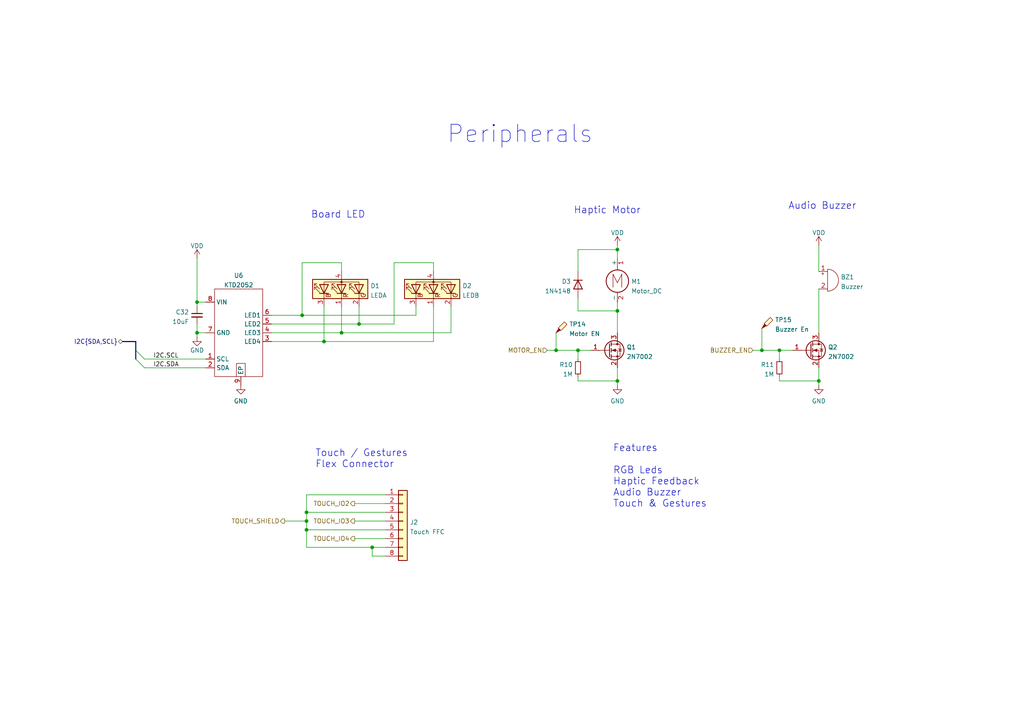
<source format=kicad_sch>
(kicad_sch (version 20211123) (generator eeschema)
  (paper "A4")
  (title_block (title "TekTag BioSensor") (date "2023-05-18") (rev "0.2 alpha") (company "© 2023 Teklabs Digital Pty Ltd") (comment 1 "Designed by Trevor Attema") (comment 2 "MIT License "))
  (lib_symbols
    (symbol "Connector:TestPoint_Probe" (pin_numbers hide) (pin_names (offset 0.762) hide)
      (property "Reference" "TP" (at 1.651 5.842 0))
      (property "Value" "TestPoint_Probe" (at 1.651 4.064 0))
      (symbol "TestPoint_Probe_0_1"
        (polyline (pts (xy 1.27 0.762) (xy 0 0) (xy 0.762 1.27) (xy 1.27 0.762)) (fill (type outline)))
        (polyline (pts (xy 1.397 0.635) (xy 0.635 1.397) (xy 2.413 3.175) (xy 3.175 2.413) (xy 1.397 0.635)) (fill (type background)))
      )
      (symbol "TestPoint_Probe_1_1"
        (pin passive line (at 0 0 90) (length 0) (name "1") (number "1"))
      )
    )
    (symbol "Connector_Generic:Conn_01x08" (pin_names (offset 1.016) hide)
      (property "Reference" "J" (at 0 10.16 0))
      (property "Value" "Conn_01x08" (at 0 -12.7 0))
      (symbol "Conn_01x08_1_1"
        (rectangle (start -1.27 -10.033) (end 0 -10.287) (stroke (width 0.1524)))
        (rectangle (start -1.27 -7.493) (end 0 -7.747) (stroke (width 0.1524)))
        (rectangle (start -1.27 -4.953) (end 0 -5.207) (stroke (width 0.1524)))
        (rectangle (start -1.27 -2.413) (end 0 -2.667) (stroke (width 0.1524)))
        (rectangle (start -1.27 0.127) (end 0 -0.127) (stroke (width 0.1524)))
        (rectangle (start -1.27 2.667) (end 0 2.413) (stroke (width 0.1524)))
        (rectangle (start -1.27 5.207) (end 0 4.953) (stroke (width 0.1524)))
        (rectangle (start -1.27 7.747) (end 0 7.493) (stroke (width 0.1524)))
        (rectangle (start -1.27 8.89) (end 1.27 -11.43) (stroke (width 0.254)) (fill (type background)))
        (pin passive line (at -5.08 7.62 0) (length 3.81) (name "Pin_1") (number "1"))
        (pin passive line (at -5.08 5.08 0) (length 3.81) (name "Pin_2") (number "2"))
        (pin passive line (at -5.08 2.54 0) (length 3.81) (name "Pin_3") (number "3"))
        (pin passive line (at -5.08 0 0) (length 3.81) (name "Pin_4") (number "4"))
        (pin passive line (at -5.08 -2.54 0) (length 3.81) (name "Pin_5") (number "5"))
        (pin passive line (at -5.08 -5.08 0) (length 3.81) (name "Pin_6") (number "6"))
        (pin passive line (at -5.08 -7.62 0) (length 3.81) (name "Pin_7") (number "7"))
        (pin passive line (at -5.08 -10.16 0) (length 3.81) (name "Pin_8") (number "8"))
      )
    )
    (symbol "Device:Buzzer" (pin_names (offset 0.0254) hide)
      (property "Reference" "BZ" (at 3.81 1.27 0))
      (property "Value" "Buzzer" (at 3.81 -1.27 0))
      (symbol "Buzzer_0_1"
        (arc (start 0 -3.175) (mid 3.175 0) (end 0 3.175))
        (polyline (pts (xy -1.651 1.905) (xy -1.143 1.905)))
        (polyline (pts (xy -1.397 2.159) (xy -1.397 1.651)))
        (polyline (pts (xy 0 3.175) (xy 0 -3.175)))
      )
      (symbol "Buzzer_1_1"
        (pin passive line (at -2.54 2.54 0) (length 2.54) (name "-") (number "1"))
        (pin passive line (at -2.54 -2.54 0) (length 2.54) (name "+") (number "2"))
      )
    )
    (symbol "Device:R_Small" (pin_numbers hide) (pin_names (offset 0.254) hide)
      (property "Reference" "R" (at 0.762 0.508 0))
      (property "Value" "R_Small" (at 0.762 -1.016 0))
      (symbol "R_Small_0_1"
        (rectangle (start -0.762 1.778) (end 0.762 -1.778) (stroke (width 0.2032)))
      )
      (symbol "R_Small_1_1"
        (pin passive line (at 0 2.54 270) (length 0.762) (name "~") (number "1"))
        (pin passive line (at 0 -2.54 90) (length 0.762) (name "~") (number "2"))
      )
    )
    (symbol "Diode:1N4148" (pin_numbers hide) (pin_names (offset 1.016) hide)
      (property "Reference" "D" (at 0 2.54 0))
      (property "Value" "1N4148" (at 0 -2.54 0))
      (symbol "1N4148_0_1"
        (polyline (pts (xy -1.27 1.27) (xy -1.27 -1.27)) (stroke (width 0.254)))
        (polyline (pts (xy 1.27 0) (xy -1.27 0)))
        (polyline (pts (xy 1.27 1.27) (xy 1.27 -1.27) (xy -1.27 0) (xy 1.27 1.27)) (stroke (width 0.254)))
      )
      (symbol "1N4148_1_1"
        (pin passive line (at -3.81 0 0) (length 2.54) (name "K") (number "1"))
        (pin passive line (at 3.81 0 180) (length 2.54) (name "A") (number "2"))
      )
    )
    (symbol "Motor:Motor_DC" (pin_names (offset 0))
      (property "Reference" "M" (at 2.54 2.54 0))
      (property "Value" "Motor_DC" (at 2.54 -5.08 0))
      (symbol "Motor_DC_0_0"
        (polyline (pts (xy -1.27 -3.302) (xy -1.27 0.508) (xy 0 -2.032) (xy 1.27 0.508) (xy 1.27 -3.302)))
      )
      (symbol "Motor_DC_0_1"
        (circle (center 0 -1.524) (radius 3.2512) (stroke (width 0.254)))
        (polyline (pts (xy 0 -7.62) (xy 0 -7.112)))
        (polyline (pts (xy 0 -4.7752) (xy 0 -5.1816)))
        (polyline (pts (xy 0 1.7272) (xy 0 2.0828)))
        (polyline (pts (xy 0 2.032) (xy 0 2.54)))
      )
      (symbol "Motor_DC_1_1"
        (pin passive line (at 0 5.08 270) (length 2.54) (name "+") (number "1"))
        (pin passive line (at 0 -7.62 90) (length 2.54) (name "-") (number "2"))
      )
    )
    (symbol "TekLabs:C_Small" (pin_numbers hide) (pin_names (offset 0.254) hide)
      (property "Reference" "C?" (at 2.3241 0.9022 0))
      (property "Value" "C_Small" (at 2.3241 -1.8729 0))
      (symbol "C_Small_0_1"
        (polyline (pts (xy -1.524 -0.508) (xy 1.524 -0.508)) (stroke (width 0.3302)))
        (polyline (pts (xy -1.524 0.508) (xy 1.524 0.508)) (stroke (width 0.3048)))
      )
      (symbol "C_Small_1_1"
        (pin passive line (at 0 2.54 270) (length 2.032) (name "~") (number "1"))
        (pin passive line (at 0 -2.54 90) (length 2.032) (name "~") (number "2"))
      )
    )
    (symbol "TekLabs:KTD2052"
      (property "Reference" "U?" (at 6.985 3.9157 0))
      (property "Value" "KTD2052" (at 6.985 1.1406 0))
      (symbol "KTD2052_0_1"
        (polyline (pts (xy 6.35 -25.4) (xy 6.35 -21.59) (xy 8.89 -21.59) (xy 8.89 -25.4)) (stroke (width 0.1524)))
        (rectangle (start 0 0) (end 13.97 -25.4) (stroke (width 0.1524)))
      )
      (symbol "KTD2052_1_1"
        (pin bidirectional line (at -2.54 -20.32 0) (length 2.54) (name "SCL") (number "1"))
        (pin bidirectional line (at -2.54 -22.86 0) (length 2.54) (name "SDA") (number "2"))
        (pin bidirectional line (at 16.51 -15.24 180) (length 2.54) (name "LED4") (number "3"))
        (pin bidirectional line (at 16.51 -12.7 180) (length 2.54) (name "LED3") (number "4"))
        (pin bidirectional line (at 16.51 -10.16 180) (length 2.54) (name "LED2") (number "5"))
        (pin bidirectional line (at 16.51 -7.62 180) (length 2.54) (name "LED1") (number "6"))
        (pin power_in line (at -2.54 -12.7 0) (length 2.54) (name "GND") (number "7"))
        (pin power_in line (at -2.54 -3.81 0) (length 2.54) (name "VIN") (number "8"))
        (pin bidirectional line (at 7.62 -27.94 90) (length 2.54) (name "EP") (number "9"))
      )
    )
    (symbol "TekLabs:LED_RGBA" (pin_names (offset 0) hide)
      (property "Reference" "D?" (at 8.382 0.9085 90))
      (property "Value" "LED_RGBA" (at 8.382 -1.8666 90))
      (symbol "LED_RGBA_0_0"
        (text "B" (at -1.905 3.81 0) (effects (font (size 1.27 1.27))))
        (text "G" (at -1.905 -6.35 0) (effects (font (size 1.27 1.27))))
        (text "R" (at -1.905 -1.27 0) (effects (font (size 1.27 1.27))))
      )
      (symbol "LED_RGBA_0_1"
        (polyline (pts (xy -1.27 -5.08) (xy -2.54 -5.08)))
        (polyline (pts (xy -1.27 -5.08) (xy 1.27 -5.08)))
        (polyline (pts (xy -1.27 -3.81) (xy -1.27 -6.35)) (stroke (width 0.254)))
        (polyline (pts (xy -1.27 0) (xy -2.54 0)))
        (polyline (pts (xy -1.27 1.27) (xy -1.27 -1.27)) (stroke (width 0.254)))
        (polyline (pts (xy -1.27 5.08) (xy -2.54 5.08)))
        (polyline (pts (xy -1.27 5.08) (xy 1.27 5.08)))
        (polyline (pts (xy -1.27 6.35) (xy -1.27 3.81)) (stroke (width 0.254)))
        (polyline (pts (xy 1.27 0) (xy -1.27 0)))
        (polyline (pts (xy 1.27 0) (xy 2.54 0)))
        (polyline (pts (xy -1.27 1.27) (xy -1.27 -1.27) (xy -1.27 -1.27)))
        (polyline (pts (xy -1.27 6.35) (xy -1.27 3.81) (xy -1.27 3.81)))
        (polyline (pts (xy 1.27 -5.08) (xy 2.032 -5.08) (xy 2.032 5.08) (xy 1.27 5.08)))
        (polyline (pts (xy 1.27 -3.81) (xy 1.27 -6.35) (xy -1.27 -5.08) (xy 1.27 -3.81)) (stroke (width 0.254)))
        (polyline (pts (xy 1.27 1.27) (xy 1.27 -1.27) (xy -1.27 0) (xy 1.27 1.27)) (stroke (width 0.254)))
        (polyline (pts (xy 1.27 6.35) (xy 1.27 3.81) (xy -1.27 5.08) (xy 1.27 6.35)) (stroke (width 0.254)))
        (polyline (pts (xy -1.016 -3.81) (xy 0.508 -2.286) (xy -0.254 -2.286) (xy 0.508 -2.286) (xy 0.508 -3.048)))
        (polyline (pts (xy -1.016 1.27) (xy 0.508 2.794) (xy -0.254 2.794) (xy 0.508 2.794) (xy 0.508 2.032)))
        (polyline (pts (xy -1.016 6.35) (xy 0.508 7.874) (xy -0.254 7.874) (xy 0.508 7.874) (xy 0.508 7.112)))
        (polyline (pts (xy 0 -3.81) (xy 1.524 -2.286) (xy 0.762 -2.286) (xy 1.524 -2.286) (xy 1.524 -3.048)))
        (polyline (pts (xy 0 1.27) (xy 1.524 2.794) (xy 0.762 2.794) (xy 1.524 2.794) (xy 1.524 2.032)))
        (polyline (pts (xy 0 6.35) (xy 1.524 7.874) (xy 0.762 7.874) (xy 1.524 7.874) (xy 1.524 7.112)))
        (rectangle (start 1.27 -1.27) (end 1.27 1.27))
        (rectangle (start 1.27 1.27) (end 1.27 1.27))
        (rectangle (start 1.27 3.81) (end 1.27 6.35))
        (rectangle (start 1.27 6.35) (end 1.27 6.35))
        (circle (center 2.032 0) (radius 0.254) (fill (type outline)))
        (rectangle (start 2.794 8.382) (end -2.794 -7.62) (stroke (width 0.254)) (fill (type background)))
      )
      (symbol "LED_RGBA_1_1"
        (pin passive line (at -5.08 0 0) (length 2.54) (name "RK") (number "1"))
        (pin passive line (at -5.08 -5.08 0) (length 2.54) (name "GK") (number "2"))
        (pin passive line (at -5.08 5.08 0) (length 2.54) (name "BK") (number "3"))
        (pin passive line (at 5.08 0 180) (length 2.54) (name "A") (number "4"))
      )
    )
    (symbol "Transistor_FET:2N7002" (pin_names hide)
      (property "Reference" "Q" (at 5.08 1.905 0))
      (property "Value" "2N7002" (at 5.08 0 0))
      (symbol "2N7002_0_1"
        (polyline (pts (xy 0.254 0) (xy -2.54 0)))
        (polyline (pts (xy 0.254 1.905) (xy 0.254 -1.905)) (stroke (width 0.254)))
        (polyline (pts (xy 0.762 -1.27) (xy 0.762 -2.286)) (stroke (width 0.254)))
        (polyline (pts (xy 0.762 0.508) (xy 0.762 -0.508)) (stroke (width 0.254)))
        (polyline (pts (xy 0.762 2.286) (xy 0.762 1.27)) (stroke (width 0.254)))
        (polyline (pts (xy 2.54 2.54) (xy 2.54 1.778)))
        (polyline (pts (xy 2.54 -2.54) (xy 2.54 0) (xy 0.762 0)))
        (polyline (pts (xy 0.762 -1.778) (xy 3.302 -1.778) (xy 3.302 1.778) (xy 0.762 1.778)))
        (polyline (pts (xy 1.016 0) (xy 2.032 0.381) (xy 2.032 -0.381) (xy 1.016 0)) (fill (type outline)))
        (polyline (pts (xy 2.794 0.508) (xy 2.921 0.381) (xy 3.683 0.381) (xy 3.81 0.254)))
        (polyline (pts (xy 3.302 0.381) (xy 2.921 -0.254) (xy 3.683 -0.254) (xy 3.302 0.381)))
        (circle (center 1.651 0) (radius 2.794) (stroke (width 0.254)))
        (circle (center 2.54 -1.778) (radius 0.254) (fill (type outline)))
        (circle (center 2.54 1.778) (radius 0.254) (fill (type outline)))
      )
      (symbol "2N7002_1_1"
        (pin input line (at -5.08 0 0) (length 2.54) (name "G") (number "1"))
        (pin passive line (at 2.54 -5.08 90) (length 2.54) (name "S") (number "2"))
        (pin passive line (at 2.54 5.08 270) (length 2.54) (name "D") (number "3"))
      )
    )
    (symbol "power:GND" (power) (pin_names (offset 0))
      (property "Value" "GND" (at 0 -3.81 0))
      (symbol "GND_0_1"
        (polyline (pts (xy 0 0) (xy 0 -1.27) (xy 1.27 -1.27) (xy 0 -2.54) (xy -1.27 -1.27) (xy 0 -1.27)))
      )
      (symbol "GND_1_1"
        (pin power_in line (at 0 0 270) (length 0) hide (name "GND") (number "1"))
      )
    )
    (symbol "power:VDD" (power) (pin_names (offset 0))
      (property "Value" "VDD" (at 0 3.81 0))
      (symbol "VDD_0_1"
        (polyline (pts (xy -0.762 1.27) (xy 0 2.54)))
        (polyline (pts (xy 0 0) (xy 0 2.54)))
        (polyline (pts (xy 0 2.54) (xy 0.762 1.27)))
      )
      (symbol "VDD_1_1"
        (pin power_in line (at 0 0 90) (length 0) hide (name "VDD") (number "1"))
      )
    )
  )
  (junction (at 88.9 153.67))
  (junction (at 179.07 72.39))
  (junction (at 107.95 158.75))
  (junction (at 99.06 96.52))
  (junction (at 167.64 101.6))
  (junction (at 93.98 99.06))
  (junction (at 161.29 101.6))
  (junction (at 220.98 101.6))
  (junction (at 179.07 90.17))
  (junction (at 237.49 110.49))
  (junction (at 87.63 91.44))
  (junction (at 57.15 96.52))
  (junction (at 179.07 110.49))
  (junction (at 57.15 87.63))
  (junction (at 88.9 151.13))
  (junction (at 88.9 148.59))
  (junction (at 104.14 93.98))
  (junction (at 226.06 101.6))
  (bus_entry (at 39.37 101.6) (size 2.54 2.54))
  (bus_entry (at 39.37 104.14) (size 2.54 2.54))
  (wire (pts (xy 226.06 110.49) (xy 237.49 110.49)))
  (wire (pts (xy 158.75 101.6) (xy 161.29 101.6)))
  (wire (pts (xy 102.87 156.21) (xy 111.76 156.21)))
  (wire (pts (xy 104.14 88.9) (xy 104.14 93.98)))
  (wire (pts (xy 78.74 93.98) (xy 104.14 93.98)))
  (wire (pts (xy 87.63 91.44) (xy 120.65 91.44)))
  (wire (pts (xy 99.06 76.2) (xy 99.06 78.74)))
  (wire (pts (xy 57.15 87.63) (xy 57.15 88.9)))
  (wire (pts (xy 179.07 106.68) (xy 179.07 110.49)))
  (wire (pts (xy 161.29 101.6) (xy 167.64 101.6)))
  (wire (pts (xy 57.15 87.63) (xy 57.15 74.93)))
  (wire (pts (xy 125.73 88.9) (xy 125.73 99.06)))
  (wire (pts (xy 88.9 148.59) (xy 88.9 151.13)))
  (wire (pts (xy 229.87 101.6) (xy 226.06 101.6)))
  (wire (pts (xy 220.98 95.25) (xy 220.98 101.6)))
  (wire (pts (xy 78.74 91.44) (xy 87.63 91.44)))
  (wire (pts (xy 167.64 72.39) (xy 179.07 72.39)))
  (wire (pts (xy 104.14 93.98) (xy 114.3 93.98)))
  (wire (pts (xy 88.9 151.13) (xy 82.55 151.13)))
  (wire (pts (xy 237.49 83.82) (xy 237.49 96.52)))
  (wire (pts (xy 102.87 151.13) (xy 111.76 151.13)))
  (wire (pts (xy 179.07 72.39) (xy 179.07 74.93)))
  (wire (pts (xy 220.98 101.6) (xy 226.06 101.6)))
  (bus (pts (xy 39.37 104.14) (xy 39.37 101.6)))
  (wire (pts (xy 59.69 96.52) (xy 57.15 96.52)))
  (wire (pts (xy 179.07 90.17) (xy 179.07 87.63)))
  (wire (pts (xy 111.76 143.51) (xy 88.9 143.51)))
  (wire (pts (xy 57.15 93.98) (xy 57.15 96.52)))
  (wire (pts (xy 237.49 110.49) (xy 237.49 111.76)))
  (wire (pts (xy 111.76 148.59) (xy 88.9 148.59)))
  (wire (pts (xy 179.07 110.49) (xy 179.07 111.76)))
  (wire (pts (xy 167.64 78.74) (xy 167.64 72.39)))
  (wire (pts (xy 218.44 101.6) (xy 220.98 101.6)))
  (wire (pts (xy 237.49 71.12) (xy 237.49 78.74)))
  (wire (pts (xy 41.91 106.68) (xy 59.69 106.68)))
  (wire (pts (xy 59.69 87.63) (xy 57.15 87.63)))
  (wire (pts (xy 125.73 76.2) (xy 125.73 78.74)))
  (wire (pts (xy 93.98 99.06) (xy 125.73 99.06)))
  (wire (pts (xy 78.74 99.06) (xy 93.98 99.06)))
  (wire (pts (xy 87.63 76.2) (xy 87.63 91.44)))
  (wire (pts (xy 78.74 96.52) (xy 99.06 96.52)))
  (wire (pts (xy 93.98 88.9) (xy 93.98 99.06)))
  (wire (pts (xy 107.95 161.29) (xy 107.95 158.75)))
  (bus (pts (xy 39.37 99.06) (xy 35.56 99.06)))
  (wire (pts (xy 107.95 158.75) (xy 88.9 158.75)))
  (wire (pts (xy 99.06 96.52) (xy 130.81 96.52)))
  (wire (pts (xy 237.49 106.68) (xy 237.49 110.49)))
  (wire (pts (xy 179.07 71.12) (xy 179.07 72.39)))
  (wire (pts (xy 102.87 146.05) (xy 111.76 146.05)))
  (wire (pts (xy 111.76 153.67) (xy 88.9 153.67)))
  (wire (pts (xy 226.06 101.6) (xy 226.06 104.14)))
  (wire (pts (xy 171.45 101.6) (xy 167.64 101.6)))
  (wire (pts (xy 167.64 90.17) (xy 179.07 90.17)))
  (wire (pts (xy 88.9 158.75) (xy 88.9 153.67)))
  (wire (pts (xy 111.76 161.29) (xy 107.95 161.29)))
  (wire (pts (xy 88.9 143.51) (xy 88.9 148.59)))
  (wire (pts (xy 167.64 86.36) (xy 167.64 90.17)))
  (wire (pts (xy 114.3 76.2) (xy 114.3 93.98)))
  (wire (pts (xy 88.9 153.67) (xy 88.9 151.13)))
  (wire (pts (xy 99.06 88.9) (xy 99.06 96.52)))
  (wire (pts (xy 87.63 76.2) (xy 99.06 76.2)))
  (wire (pts (xy 120.65 88.9) (xy 120.65 91.44)))
  (wire (pts (xy 179.07 96.52) (xy 179.07 90.17)))
  (wire (pts (xy 226.06 109.22) (xy 226.06 110.49)))
  (wire (pts (xy 41.91 104.14) (xy 59.69 104.14)))
  (wire (pts (xy 167.64 101.6) (xy 167.64 104.14)))
  (wire (pts (xy 57.15 97.79) (xy 57.15 96.52)))
  (wire (pts (xy 130.81 88.9) (xy 130.81 96.52)))
  (wire (pts (xy 161.29 96.52) (xy 161.29 101.6)))
  (wire (pts (xy 167.64 110.49) (xy 179.07 110.49)))
  (wire (pts (xy 167.64 109.22) (xy 167.64 110.49)))
  (wire (pts (xy 114.3 76.2) (xy 125.73 76.2)))
  (wire (pts (xy 111.76 158.75) (xy 107.95 158.75)))
  (bus (pts (xy 39.37 101.6) (xy 39.37 99.06)))
  (text "Peripherals" (at 129.54 41.91 0) (effects (font (size 5 5)) (justify left bottom)))
  (text "Haptic Motor" (at 166.37 62.23 0) (effects (font (size 2 2)) (justify left bottom)))
  (text "Audio Buzzer" (at 228.6 60.96 0) (effects (font (size 2 2)) (justify left bottom)))
  (text "Touch / Gestures\nFlex Connector" (at 91.44 135.89 0) (effects (font (size 2 2)) (justify left bottom)))
  (text "Board LED" (at 90.17 63.5 0) (effects (font (size 2 2)) (justify left bottom)))
  (text "Features\n\nRGB Leds\nHaptic Feedback\nAudio Buzzer\nTouch & Gestures" (at 177.8 147.32 0) (effects (font (size 2 2)) (justify left bottom)))
  (label "I2C.SDA" (at 44.45 106.68 0))
  (label "I2C.SCL" (at 44.45 104.14 0))
  (hierarchical_label "I2C{SDA,SCL}" (shape bidirectional) (at 35.56 99.06 180))
  (hierarchical_label "BUZZER_EN" (shape input) (at 218.44 101.6 180))
  (hierarchical_label "TOUCH_IO4" (shape output) (at 102.87 156.21 180))
  (hierarchical_label "TOUCH_IO3" (shape output) (at 102.87 151.13 180))
  (hierarchical_label "MOTOR_EN" (shape input) (at 158.75 101.6 180))
  (hierarchical_label "TOUCH_SHIELD" (shape output) (at 82.55 151.13 180))
  (hierarchical_label "TOUCH_IO2" (shape output) (at 102.87 146.05 180))
  (symbol (lib_id "Transistor_FET:2N7002") (at 234.95 101.6 0) (unit 1)
    (property "Reference" "Q2" (at 240.1569 100.6915 0) (effects (justify left)))
    (property "Value" "2N7002" (at 240.1569 103.4666 0) (effects (justify left)))
    (property "Footprint" "Package_TO_SOT_SMD:SOT-883" (effects hide))
    (property "Datasheet" "https://www.mccsemi.com/pdf/Products/2N7002KL3A(DFN1006-3).pdf" (effects hide))
    (property "Digikey" "2N7002KL3A-TP" (effects hide))
  )
  (symbol (lib_id "power:VDD") (at 57.15 74.93 0) (unit 1)
    (property "Reference" "#PWR035" (effects hide))
    (property "Value" "VDD" (at 57.15 71.3255 0))
  )
  (symbol (lib_id "Diode:1N4148") (at 167.64 82.55 270) (unit 1)
    (property "Reference" "D3" (at 165.6081 81.6415 90) (effects (justify right)))
    (property "Value" "1N4148" (at 165.6081 84.4166 90) (effects (justify right)))
    (property "Footprint" "Diode_SMD:D_0402_1005Metric" (effects hide))
    (property "Datasheet" "https://assets.nexperia.com/documents/data-sheet/1N4148_1N4448.pdf" (effects hide))
    (property "Digikey" "1N4148WL2-TP" (effects hide))
  )
  (symbol (lib_id "Transistor_FET:2N7002") (at 176.53 101.6 0) (unit 1)
    (property "Reference" "Q1" (at 181.7369 100.6915 0) (effects (justify left)))
    (property "Value" "2N7002" (at 181.7369 103.4666 0) (effects (justify left)))
    (property "Footprint" "Package_TO_SOT_SMD:SOT-883" (effects hide))
    (property "Datasheet" "https://www.mccsemi.com/pdf/Products/2N7002KL3A(DFN1006-3).pdf" (effects hide))
    (property "Digikey" "2N7002KL3A-TP" (effects hide))
  )
  (symbol (lib_id "power:VDD") (at 237.49 71.12 0) (unit 1)
    (property "Reference" "#PWR0104" (effects hide))
    (property "Value" "VDD" (at 237.49 67.5155 0))
  )
  (symbol (lib_id "TekLabs:LED_RGBA") (at 125.73 83.82 90) (unit 1)
    (property "Reference" "D2" (at 134.112 82.9115 90) (effects (justify right)))
    (property "Value" "LEDB" (at 134.112 85.6866 90) (effects (justify right)))
    (property "Footprint" "LED_SMD:LED_LiteOn_LTST-C19HE1WT" (effects hide))
    (property "Datasheet" "https://optoelectronics.liteon.com/upload/download/DS22-2008-0044/LTST-C19HE1WT.pdf" (effects hide))
    (property "Digikey" "LTST-C19HE1WT" (effects hide))
  )
  (symbol (lib_id "Connector:TestPoint_Probe") (at 220.98 95.25 0) (unit 1) (in_bom no)
    (property "Reference" "TP15" (at 224.79 92.754 0) (effects (justify left)))
    (property "Value" "Buzzer En" (at 224.79 95.5291 0) (effects (justify left)))
    (property "Footprint" "TekLabs:MicroTest-1" (effects hide))
  )
  (symbol (lib_id "power:GND") (at 57.15 97.79 0) (unit 1)
    (property "Reference" "#PWR036" (effects hide))
    (property "Value" "GND" (at 57.15 101.6 0))
  )
  (symbol (lib_id "TekLabs:LED_RGBA") (at 99.06 83.82 90) (unit 1)
    (property "Reference" "D1" (at 107.442 82.9115 90) (effects (justify right)))
    (property "Value" "LEDA" (at 107.442 85.6866 90) (effects (justify right)))
    (property "Footprint" "LED_SMD:LED_LiteOn_LTST-C19HE1WT" (effects hide))
    (property "Datasheet" "https://optoelectronics.liteon.com/upload/download/DS22-2008-0044/LTST-C19HE1WT.pdf" (effects hide))
    (property "Digikey" "LTST-C19HE1WT" (effects hide))
  )
  (symbol (lib_id "Connector:TestPoint_Probe") (at 161.29 96.52 0) (unit 1) (in_bom no)
    (property "Reference" "TP14" (at 165.1 94.024 0) (effects (justify left)))
    (property "Value" "Motor EN" (at 165.1 96.7991 0) (effects (justify left)))
    (property "Footprint" "TekLabs:MicroTest-1" (effects hide))
  )
  (symbol (lib_id "TekLabs:KTD2052") (at 62.23 83.82 0) (unit 1)
    (property "Reference" "U6" (at 69.215 79.9043 0))
    (property "Value" "KTD2052" (at 69.215 82.6794 0))
    (property "Footprint" "Package_DFN_QFN:DFN-8-1EP_2x2mm_P0.5mm_EP1.05x1.75mm" (effects hide))
    (property "Datasheet" "https://au.mouser.com/datasheet/2/936/KTD2052_04b-2887351.pdf" (effects hide))
  )
  (symbol (lib_id "Device:R_Small") (at 226.06 106.68 0) (mirror x) (unit 1)
    (property "Reference" "R11" (at 224.5614 105.7715 0) (effects (justify right)))
    (property "Value" "1M" (at 224.5614 108.5466 0) (effects (justify right)))
    (property "Footprint" "Resistor_SMD:R_0402_1005Metric" (effects hide))
  )
  (symbol (lib_id "Motor:Motor_DC") (at 179.07 80.01 0) (unit 1)
    (property "Reference" "M1" (at 183.0832 81.6415 0) (effects (justify left)))
    (property "Value" "Motor_DC" (at 183.0832 84.4166 0) (effects (justify left)))
    (property "Footprint" "TekLabs:SMT Motor VZ43FM1B8230001L" (effects hide))
    (property "Datasheet" "https://www.vybronics.com/erm-cylindrical-vibration-motors/smd/v-z43fm1b8230001l" (effects hide))
  )
  (symbol (lib_id "Device:Buzzer") (at 240.03 81.28 0) (unit 1)
    (property "Reference" "BZ1" (at 243.84 80.3715 0) (effects (justify left)))
    (property "Value" "Buzzer" (at 243.84 83.1466 0) (effects (justify left)))
    (property "Footprint" "TekLabs:Transducer TE044003-4" (effects hide))
    (property "Datasheet" "https://www.dbunlimitedco.com/images/product_images/2D-Drawings/TE044003-4.pdf" (effects hide))
  )
  (symbol (lib_id "TekLabs:C_Small") (at 57.15 91.44 0) (unit 1)
    (property "Reference" "C32" (at 54.826 90.5378 0) (effects (justify right)))
    (property "Value" "10uF" (at 54.826 93.3129 0) (effects (justify right)))
    (property "Footprint" "Capacitor_SMD:C_0603_1608Metric" (effects hide))
    (property "Digikey" "GRM188R6YA106MA73D" (effects hide))
  )
  (symbol (lib_id "power:VDD") (at 179.07 71.12 0) (unit 1)
    (property "Reference" "#PWR0105" (effects hide))
    (property "Value" "VDD" (at 179.07 67.5155 0))
  )
  (symbol (lib_id "power:GND") (at 179.07 111.76 0) (mirror y) (unit 1)
    (property "Reference" "#PWR0106" (effects hide))
    (property "Value" "GND" (at 179.07 116.3225 0))
  )
  (symbol (lib_id "Device:R_Small") (at 167.64 106.68 0) (mirror x) (unit 1)
    (property "Reference" "R10" (at 166.1414 105.7715 0) (effects (justify right)))
    (property "Value" "1M" (at 166.1414 108.5466 0) (effects (justify right)))
    (property "Footprint" "Resistor_SMD:R_0402_1005Metric" (effects hide))
  )
  (symbol (lib_id "power:GND") (at 237.49 111.76 0) (mirror y) (unit 1)
    (property "Reference" "#PWR0107" (effects hide))
    (property "Value" "GND" (at 237.49 116.3225 0))
  )
  (symbol (lib_id "Connector_Generic:Conn_01x08") (at 116.84 151.13 0) (unit 1)
    (property "Reference" "J2" (at 118.872 151.4915 0) (effects (justify left)))
    (property "Value" "Touch FFC" (at 118.872 154.2666 0) (effects (justify left)))
    (property "Footprint" "TekLabs:MOLEX_5034800800" (effects hide))
    (property "Datasheet" "https://www.molex.com/pdm_docs/sd/5034800800_sd.pdf" (effects hide))
  )
  (symbol (lib_id "power:GND") (at 69.85 111.76 0) (unit 1)
    (property "Reference" "#PWR037" (effects hide))
    (property "Value" "GND" (at 69.85 116.3225 0))
  )
)
</source>
